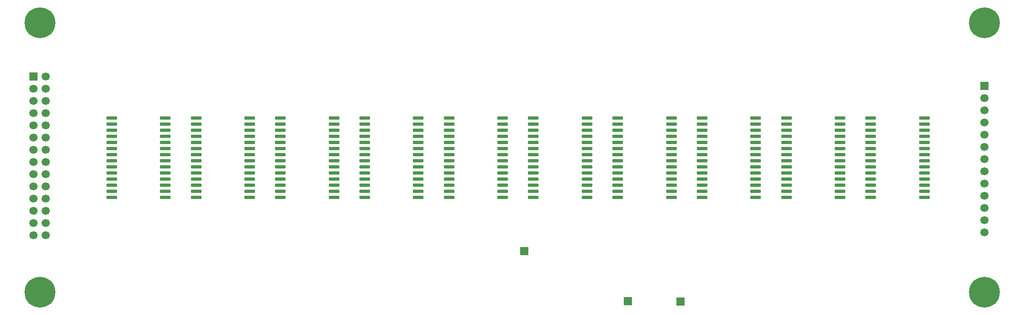
<source format=gbr>
%TF.GenerationSoftware,KiCad,Pcbnew,9.0.6-9.0.6~ubuntu24.04.1*%
%TF.CreationDate,2025-11-14T05:25:22+09:00*%
%TF.ProjectId,NCO_board,4e434f5f-626f-4617-9264-2e6b69636164,rev?*%
%TF.SameCoordinates,Original*%
%TF.FileFunction,Soldermask,Top*%
%TF.FilePolarity,Negative*%
%FSLAX46Y46*%
G04 Gerber Fmt 4.6, Leading zero omitted, Abs format (unit mm)*
G04 Created by KiCad (PCBNEW 9.0.6-9.0.6~ubuntu24.04.1) date 2025-11-14 05:25:22*
%MOMM*%
%LPD*%
G01*
G04 APERTURE LIST*
G04 Aperture macros list*
%AMRoundRect*
0 Rectangle with rounded corners*
0 $1 Rounding radius*
0 $2 $3 $4 $5 $6 $7 $8 $9 X,Y pos of 4 corners*
0 Add a 4 corners polygon primitive as box body*
4,1,4,$2,$3,$4,$5,$6,$7,$8,$9,$2,$3,0*
0 Add four circle primitives for the rounded corners*
1,1,$1+$1,$2,$3*
1,1,$1+$1,$4,$5*
1,1,$1+$1,$6,$7*
1,1,$1+$1,$8,$9*
0 Add four rect primitives between the rounded corners*
20,1,$1+$1,$2,$3,$4,$5,0*
20,1,$1+$1,$4,$5,$6,$7,0*
20,1,$1+$1,$6,$7,$8,$9,0*
20,1,$1+$1,$8,$9,$2,$3,0*%
G04 Aperture macros list end*
%ADD10R,1.700000X1.700000*%
%ADD11C,1.700000*%
%ADD12RoundRect,0.150000X-0.987500X-0.150000X0.987500X-0.150000X0.987500X0.150000X-0.987500X0.150000X0*%
%ADD13C,6.400000*%
G04 APERTURE END LIST*
D10*
%TO.C,J6*%
X140000000Y-65000000D03*
%TD*%
%TO.C,GND*%
X129000000Y-64900000D03*
%TD*%
D11*
%TO.C,Inputs*%
X8250000Y-51190000D03*
X5710000Y-51190000D03*
X8250000Y-48650000D03*
X5710000Y-48650000D03*
X8250000Y-46110000D03*
X5710000Y-46110000D03*
X8250000Y-43570000D03*
X5710000Y-43570000D03*
X8250000Y-41030000D03*
X5710000Y-41030000D03*
X8250000Y-38490000D03*
X5710000Y-38490000D03*
X8250000Y-35950000D03*
X5710000Y-35950000D03*
X8250000Y-33410000D03*
X5710000Y-33410000D03*
X8250000Y-30870000D03*
X5710000Y-30870000D03*
X8250000Y-28330000D03*
X5710000Y-28330000D03*
X8250000Y-25790000D03*
X5710000Y-25790000D03*
X8250000Y-23250000D03*
X5710000Y-23250000D03*
X8250000Y-20710000D03*
X5710000Y-20710000D03*
X8250000Y-18170000D03*
D10*
X5710000Y-18170000D03*
%TD*%
D12*
%TO.C,CE_4*%
X109437500Y-26745000D03*
X109437500Y-28015000D03*
X109437500Y-29285000D03*
X109437500Y-30555000D03*
X109437500Y-31825000D03*
X109437500Y-33095000D03*
X109437500Y-34365000D03*
X109437500Y-35635000D03*
X109437500Y-36905000D03*
X109437500Y-38175000D03*
X109437500Y-39445000D03*
X109437500Y-40715000D03*
X109437500Y-41985000D03*
X109437500Y-43255000D03*
X120562500Y-43255000D03*
X120562500Y-41985000D03*
X120562500Y-40715000D03*
X120562500Y-39445000D03*
X120562500Y-38175000D03*
X120562500Y-36905000D03*
X120562500Y-35635000D03*
X120562500Y-34365000D03*
X120562500Y-33095000D03*
X120562500Y-31825000D03*
X120562500Y-30555000D03*
X120562500Y-29285000D03*
X120562500Y-28015000D03*
X120562500Y-26745000D03*
%TD*%
%TO.C,Phase Accumulator*%
X21937500Y-26745000D03*
X21937500Y-28015000D03*
X21937500Y-29285000D03*
X21937500Y-30555000D03*
X21937500Y-31825000D03*
X21937500Y-33095000D03*
X21937500Y-34365000D03*
X21937500Y-35635000D03*
X21937500Y-36905000D03*
X21937500Y-38175000D03*
X21937500Y-39445000D03*
X21937500Y-40715000D03*
X21937500Y-41985000D03*
X21937500Y-43255000D03*
X33062500Y-43255000D03*
X33062500Y-41985000D03*
X33062500Y-40715000D03*
X33062500Y-39445000D03*
X33062500Y-38175000D03*
X33062500Y-36905000D03*
X33062500Y-35635000D03*
X33062500Y-34365000D03*
X33062500Y-33095000D03*
X33062500Y-31825000D03*
X33062500Y-30555000D03*
X33062500Y-29285000D03*
X33062500Y-28015000D03*
X33062500Y-26745000D03*
%TD*%
%TO.C,CE_6*%
X144437500Y-26745000D03*
X144437500Y-28015000D03*
X144437500Y-29285000D03*
X144437500Y-30555000D03*
X144437500Y-31825000D03*
X144437500Y-33095000D03*
X144437500Y-34365000D03*
X144437500Y-35635000D03*
X144437500Y-36905000D03*
X144437500Y-38175000D03*
X144437500Y-39445000D03*
X144437500Y-40715000D03*
X144437500Y-41985000D03*
X144437500Y-43255000D03*
X155562500Y-43255000D03*
X155562500Y-41985000D03*
X155562500Y-40715000D03*
X155562500Y-39445000D03*
X155562500Y-38175000D03*
X155562500Y-36905000D03*
X155562500Y-35635000D03*
X155562500Y-34365000D03*
X155562500Y-33095000D03*
X155562500Y-31825000D03*
X155562500Y-30555000D03*
X155562500Y-29285000D03*
X155562500Y-28015000D03*
X155562500Y-26745000D03*
%TD*%
%TO.C,CE_7*%
X161937500Y-26745000D03*
X161937500Y-28015000D03*
X161937500Y-29285000D03*
X161937500Y-30555000D03*
X161937500Y-31825000D03*
X161937500Y-33095000D03*
X161937500Y-34365000D03*
X161937500Y-35635000D03*
X161937500Y-36905000D03*
X161937500Y-38175000D03*
X161937500Y-39445000D03*
X161937500Y-40715000D03*
X161937500Y-41985000D03*
X161937500Y-43255000D03*
X173062500Y-43255000D03*
X173062500Y-41985000D03*
X173062500Y-40715000D03*
X173062500Y-39445000D03*
X173062500Y-38175000D03*
X173062500Y-36905000D03*
X173062500Y-35635000D03*
X173062500Y-34365000D03*
X173062500Y-33095000D03*
X173062500Y-31825000D03*
X173062500Y-30555000D03*
X173062500Y-29285000D03*
X173062500Y-28015000D03*
X173062500Y-26745000D03*
%TD*%
D13*
%TO.C,H4*%
X203000000Y-63000000D03*
%TD*%
%TO.C,H1*%
X7000000Y-7000000D03*
%TD*%
D12*
%TO.C,CORDIC Element(CE_0)*%
X39437500Y-26745000D03*
X39437500Y-28015000D03*
X39437500Y-29285000D03*
X39437500Y-30555000D03*
X39437500Y-31825000D03*
X39437500Y-33095000D03*
X39437500Y-34365000D03*
X39437500Y-35635000D03*
X39437500Y-36905000D03*
X39437500Y-38175000D03*
X39437500Y-39445000D03*
X39437500Y-40715000D03*
X39437500Y-41985000D03*
X39437500Y-43255000D03*
X50562500Y-43255000D03*
X50562500Y-41985000D03*
X50562500Y-40715000D03*
X50562500Y-39445000D03*
X50562500Y-38175000D03*
X50562500Y-36905000D03*
X50562500Y-35635000D03*
X50562500Y-34365000D03*
X50562500Y-33095000D03*
X50562500Y-31825000D03*
X50562500Y-30555000D03*
X50562500Y-29285000D03*
X50562500Y-28015000D03*
X50562500Y-26745000D03*
%TD*%
D10*
%TO.C,Clock*%
X107500000Y-54500000D03*
%TD*%
D12*
%TO.C,CE_2*%
X74437500Y-26745000D03*
X74437500Y-28015000D03*
X74437500Y-29285000D03*
X74437500Y-30555000D03*
X74437500Y-31825000D03*
X74437500Y-33095000D03*
X74437500Y-34365000D03*
X74437500Y-35635000D03*
X74437500Y-36905000D03*
X74437500Y-38175000D03*
X74437500Y-39445000D03*
X74437500Y-40715000D03*
X74437500Y-41985000D03*
X74437500Y-43255000D03*
X85562500Y-43255000D03*
X85562500Y-41985000D03*
X85562500Y-40715000D03*
X85562500Y-39445000D03*
X85562500Y-38175000D03*
X85562500Y-36905000D03*
X85562500Y-35635000D03*
X85562500Y-34365000D03*
X85562500Y-33095000D03*
X85562500Y-31825000D03*
X85562500Y-30555000D03*
X85562500Y-29285000D03*
X85562500Y-28015000D03*
X85562500Y-26745000D03*
%TD*%
D10*
%TO.C,Outputs*%
X203000000Y-20060000D03*
D11*
X203000000Y-22600000D03*
X203000000Y-25140000D03*
X203000000Y-27680000D03*
X203000000Y-30220000D03*
X203000000Y-32760000D03*
X203000000Y-35300000D03*
X203000000Y-37840000D03*
X203000000Y-40380000D03*
X203000000Y-42920000D03*
X203000000Y-45460000D03*
X203000000Y-48000000D03*
X203000000Y-50540000D03*
%TD*%
D13*
%TO.C,H2*%
X7000000Y-63000000D03*
%TD*%
D12*
%TO.C,CE_5*%
X126937500Y-26745000D03*
X126937500Y-28015000D03*
X126937500Y-29285000D03*
X126937500Y-30555000D03*
X126937500Y-31825000D03*
X126937500Y-33095000D03*
X126937500Y-34365000D03*
X126937500Y-35635000D03*
X126937500Y-36905000D03*
X126937500Y-38175000D03*
X126937500Y-39445000D03*
X126937500Y-40715000D03*
X126937500Y-41985000D03*
X126937500Y-43255000D03*
X138062500Y-43255000D03*
X138062500Y-41985000D03*
X138062500Y-40715000D03*
X138062500Y-39445000D03*
X138062500Y-38175000D03*
X138062500Y-36905000D03*
X138062500Y-35635000D03*
X138062500Y-34365000D03*
X138062500Y-33095000D03*
X138062500Y-31825000D03*
X138062500Y-30555000D03*
X138062500Y-29285000D03*
X138062500Y-28015000D03*
X138062500Y-26745000D03*
%TD*%
D13*
%TO.C,H3*%
X203000000Y-7000000D03*
%TD*%
D12*
%TO.C,CE_1*%
X56937500Y-26745000D03*
X56937500Y-28015000D03*
X56937500Y-29285000D03*
X56937500Y-30555000D03*
X56937500Y-31825000D03*
X56937500Y-33095000D03*
X56937500Y-34365000D03*
X56937500Y-35635000D03*
X56937500Y-36905000D03*
X56937500Y-38175000D03*
X56937500Y-39445000D03*
X56937500Y-40715000D03*
X56937500Y-41985000D03*
X56937500Y-43255000D03*
X68062500Y-43255000D03*
X68062500Y-41985000D03*
X68062500Y-40715000D03*
X68062500Y-39445000D03*
X68062500Y-38175000D03*
X68062500Y-36905000D03*
X68062500Y-35635000D03*
X68062500Y-34365000D03*
X68062500Y-33095000D03*
X68062500Y-31825000D03*
X68062500Y-30555000D03*
X68062500Y-29285000D03*
X68062500Y-28015000D03*
X68062500Y-26745000D03*
%TD*%
%TO.C,CE_3*%
X91937500Y-26745000D03*
X91937500Y-28015000D03*
X91937500Y-29285000D03*
X91937500Y-30555000D03*
X91937500Y-31825000D03*
X91937500Y-33095000D03*
X91937500Y-34365000D03*
X91937500Y-35635000D03*
X91937500Y-36905000D03*
X91937500Y-38175000D03*
X91937500Y-39445000D03*
X91937500Y-40715000D03*
X91937500Y-41985000D03*
X91937500Y-43255000D03*
X103062500Y-43255000D03*
X103062500Y-41985000D03*
X103062500Y-40715000D03*
X103062500Y-39445000D03*
X103062500Y-38175000D03*
X103062500Y-36905000D03*
X103062500Y-35635000D03*
X103062500Y-34365000D03*
X103062500Y-33095000D03*
X103062500Y-31825000D03*
X103062500Y-30555000D03*
X103062500Y-29285000D03*
X103062500Y-28015000D03*
X103062500Y-26745000D03*
%TD*%
%TO.C,Output Terminal*%
X179437500Y-26745000D03*
X179437500Y-28015000D03*
X179437500Y-29285000D03*
X179437500Y-30555000D03*
X179437500Y-31825000D03*
X179437500Y-33095000D03*
X179437500Y-34365000D03*
X179437500Y-35635000D03*
X179437500Y-36905000D03*
X179437500Y-38175000D03*
X179437500Y-39445000D03*
X179437500Y-40715000D03*
X179437500Y-41985000D03*
X179437500Y-43255000D03*
X190562500Y-43255000D03*
X190562500Y-41985000D03*
X190562500Y-40715000D03*
X190562500Y-39445000D03*
X190562500Y-38175000D03*
X190562500Y-36905000D03*
X190562500Y-35635000D03*
X190562500Y-34365000D03*
X190562500Y-33095000D03*
X190562500Y-31825000D03*
X190562500Y-30555000D03*
X190562500Y-29285000D03*
X190562500Y-28015000D03*
X190562500Y-26745000D03*
%TD*%
M02*

</source>
